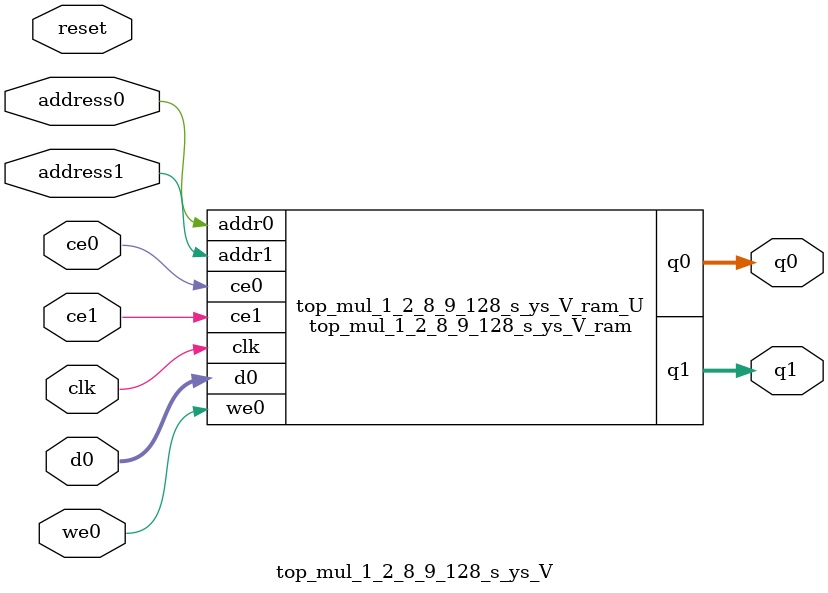
<source format=v>
`timescale 1 ns / 1 ps
module top_mul_1_2_8_9_128_s_ys_V_ram (addr0, ce0, d0, we0, q0, addr1, ce1, q1,  clk);

parameter DWIDTH = 16;
parameter AWIDTH = 1;
parameter MEM_SIZE = 2;

input[AWIDTH-1:0] addr0;
input ce0;
input[DWIDTH-1:0] d0;
input we0;
output reg[DWIDTH-1:0] q0;
input[AWIDTH-1:0] addr1;
input ce1;
output reg[DWIDTH-1:0] q1;
input clk;

reg [DWIDTH-1:0] ram[0:MEM_SIZE-1];




always @(posedge clk)  
begin 
    if (ce0) begin
        if (we0) 
            ram[addr0] <= d0; 
        q0 <= ram[addr0];
    end
end


always @(posedge clk)  
begin 
    if (ce1) begin
        q1 <= ram[addr1];
    end
end


endmodule

`timescale 1 ns / 1 ps
module top_mul_1_2_8_9_128_s_ys_V(
    reset,
    clk,
    address0,
    ce0,
    we0,
    d0,
    q0,
    address1,
    ce1,
    q1);

parameter DataWidth = 32'd16;
parameter AddressRange = 32'd2;
parameter AddressWidth = 32'd1;
input reset;
input clk;
input[AddressWidth - 1:0] address0;
input ce0;
input we0;
input[DataWidth - 1:0] d0;
output[DataWidth - 1:0] q0;
input[AddressWidth - 1:0] address1;
input ce1;
output[DataWidth - 1:0] q1;



top_mul_1_2_8_9_128_s_ys_V_ram top_mul_1_2_8_9_128_s_ys_V_ram_U(
    .clk( clk ),
    .addr0( address0 ),
    .ce0( ce0 ),
    .we0( we0 ),
    .d0( d0 ),
    .q0( q0 ),
    .addr1( address1 ),
    .ce1( ce1 ),
    .q1( q1 ));

endmodule


</source>
